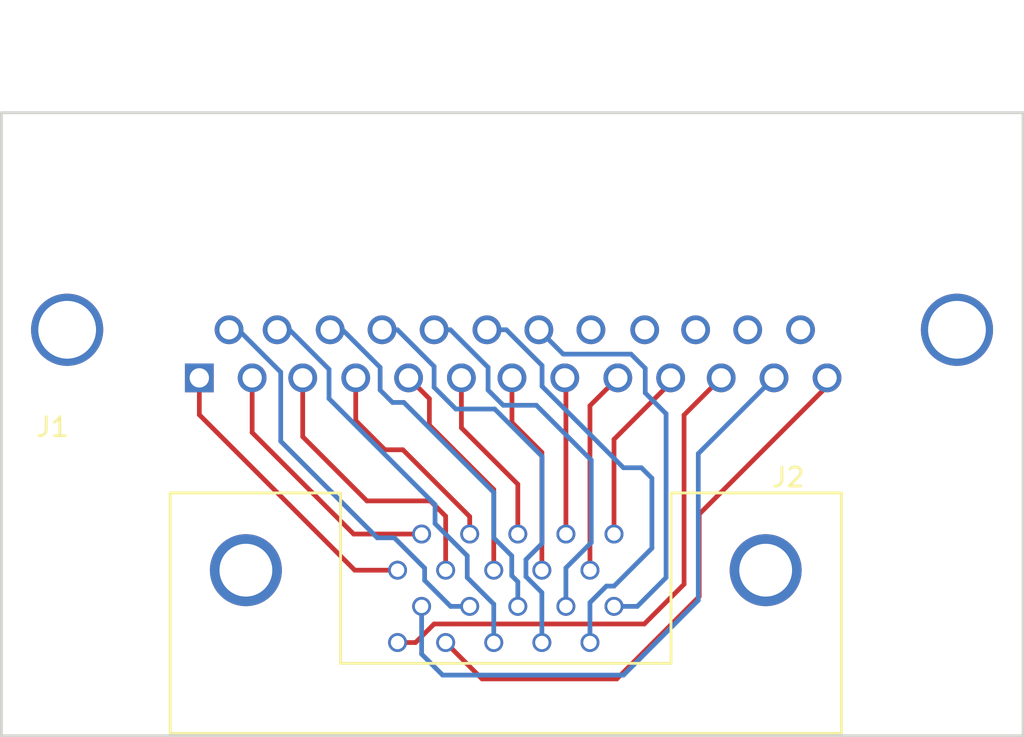
<source format=kicad_pcb>
(kicad_pcb (version 4) (host pcbnew 4.0.6)

  (general
    (links 20)
    (no_connects 0)
    (area 0 0 0 0)
    (thickness 1.6)
    (drawings 4)
    (tracks 120)
    (zones 0)
    (modules 2)
    (nets 26)
  )

  (page A4)
  (layers
    (0 F.Cu signal)
    (31 B.Cu signal)
    (32 B.Adhes user)
    (33 F.Adhes user)
    (34 B.Paste user)
    (35 F.Paste user)
    (36 B.SilkS user)
    (37 F.SilkS user)
    (38 B.Mask user)
    (39 F.Mask user)
    (40 Dwgs.User user)
    (41 Cmts.User user)
    (42 Eco1.User user)
    (43 Eco2.User user)
    (44 Edge.Cuts user)
    (45 Margin user)
    (46 B.CrtYd user)
    (47 F.CrtYd user)
    (48 B.Fab user)
    (49 F.Fab user)
  )

  (setup
    (last_trace_width 0.25)
    (trace_clearance 0.2)
    (zone_clearance 0.508)
    (zone_45_only no)
    (trace_min 0.2)
    (segment_width 0.2)
    (edge_width 0.15)
    (via_size 0.6)
    (via_drill 0.4)
    (via_min_size 0.4)
    (via_min_drill 0.3)
    (uvia_size 0.3)
    (uvia_drill 0.1)
    (uvias_allowed no)
    (uvia_min_size 0.2)
    (uvia_min_drill 0.1)
    (pcb_text_width 0.3)
    (pcb_text_size 1.5 1.5)
    (mod_edge_width 0.15)
    (mod_text_size 1 1)
    (mod_text_width 0.15)
    (pad_size 1.524 1.524)
    (pad_drill 0.762)
    (pad_to_mask_clearance 0.2)
    (aux_axis_origin 0 0)
    (visible_elements FFFFFF7F)
    (pcbplotparams
      (layerselection 0x00030_80000001)
      (usegerberextensions false)
      (excludeedgelayer true)
      (linewidth 0.100000)
      (plotframeref false)
      (viasonmask false)
      (mode 1)
      (useauxorigin false)
      (hpglpennumber 1)
      (hpglpenspeed 20)
      (hpglpendiameter 15)
      (hpglpenoverlay 2)
      (psnegative false)
      (psa4output false)
      (plotreference true)
      (plotvalue true)
      (plotinvisibletext false)
      (padsonsilk false)
      (subtractmaskfromsilk false)
      (outputformat 1)
      (mirror false)
      (drillshape 1)
      (scaleselection 1)
      (outputdirectory ""))
  )

  (net 0 "")
  (net 1 "Net-(J1-Pad1)")
  (net 2 "Net-(J1-Pad2)")
  (net 3 "Net-(J1-Pad3)")
  (net 4 "Net-(J1-Pad4)")
  (net 5 "Net-(J1-Pad5)")
  (net 6 "Net-(J1-Pad6)")
  (net 7 "Net-(J1-Pad7)")
  (net 8 "Net-(J1-Pad8)")
  (net 9 "Net-(J1-Pad9)")
  (net 10 "Net-(J1-Pad10)")
  (net 11 "Net-(J1-Pad11)")
  (net 12 "Net-(J1-Pad12)")
  (net 13 "Net-(J1-Pad13)")
  (net 14 "Net-(J1-Pad14)")
  (net 15 "Net-(J1-Pad15)")
  (net 16 "Net-(J1-Pad16)")
  (net 17 "Net-(J1-Pad17)")
  (net 18 "Net-(J1-Pad18)")
  (net 19 "Net-(J1-Pad19)")
  (net 20 "Net-(J1-Pad20)")
  (net 21 "Net-(J1-Pad21)")
  (net 22 "Net-(J1-Pad22)")
  (net 23 "Net-(J1-Pad23)")
  (net 24 "Net-(J1-Pad24)")
  (net 25 "Net-(J1-Pad25)")

  (net_class Default "This is the default net class."
    (clearance 0.2)
    (trace_width 0.25)
    (via_dia 0.6)
    (via_drill 0.4)
    (uvia_dia 0.3)
    (uvia_drill 0.1)
    (add_net "Net-(J1-Pad1)")
    (add_net "Net-(J1-Pad10)")
    (add_net "Net-(J1-Pad11)")
    (add_net "Net-(J1-Pad12)")
    (add_net "Net-(J1-Pad13)")
    (add_net "Net-(J1-Pad14)")
    (add_net "Net-(J1-Pad15)")
    (add_net "Net-(J1-Pad16)")
    (add_net "Net-(J1-Pad17)")
    (add_net "Net-(J1-Pad18)")
    (add_net "Net-(J1-Pad19)")
    (add_net "Net-(J1-Pad2)")
    (add_net "Net-(J1-Pad20)")
    (add_net "Net-(J1-Pad21)")
    (add_net "Net-(J1-Pad22)")
    (add_net "Net-(J1-Pad23)")
    (add_net "Net-(J1-Pad24)")
    (add_net "Net-(J1-Pad25)")
    (add_net "Net-(J1-Pad3)")
    (add_net "Net-(J1-Pad4)")
    (add_net "Net-(J1-Pad5)")
    (add_net "Net-(J1-Pad6)")
    (add_net "Net-(J1-Pad7)")
    (add_net "Net-(J1-Pad8)")
    (add_net "Net-(J1-Pad9)")
  )

  (module Connectors:DB25FC (layer F.Cu) (tedit 598A441A) (tstamp 598A4205)
    (at 148.5011 105.0036)
    (descr "Connecteur DB25 femelle couche")
    (tags "CONN DB25")
    (path /598A13D5)
    (fp_text reference J1 (at -7.7511 2.5964) (layer F.SilkS)
      (effects (font (size 1 1) (thickness 0.15)))
    )
    (fp_text value DB25_FEMALE (at 16.51 -7.62) (layer F.Fab)
      (effects (font (size 1 1) (thickness 0.15)))
    )
    (fp_line (start 43.18 -12.7) (end 43.18 1.27) (layer F.Fab) (width 0.1))
    (fp_line (start 35.56 -7.62) (end 35.56 1.27) (layer F.Fab) (width 0.1))
    (fp_line (start 37.47 -12.7) (end 37.47 -7.62) (layer F.Fab) (width 0.1))
    (fp_line (start -4.44 -12.7) (end -4.44 -7.62) (layer F.Fab) (width 0.1))
    (fp_line (start -2.54 -7.62) (end -2.54 1.27) (layer F.Fab) (width 0.1))
    (fp_line (start -10.16 1.27) (end -10.16 -12.7) (layer F.Fab) (width 0.1))
    (fp_line (start 43.18 -7.62) (end 35.56 -7.62) (layer F.Fab) (width 0.1))
    (fp_line (start -10.16 -7.62) (end -2.54 -7.62) (layer F.Fab) (width 0.1))
    (fp_line (start 36.83 -9.53) (end 36.83 -12.7) (layer F.Fab) (width 0.1))
    (fp_line (start -3.81 -9.53) (end -3.81 -12.7) (layer F.Fab) (width 0.1))
    (fp_line (start 36.83 -19.68) (end 36.83 -13.97) (layer F.Fab) (width 0.1))
    (fp_line (start -3.81 -19.68) (end -3.81 -13.97) (layer F.Fab) (width 0.1))
    (fp_line (start 43.18 -12.7) (end 43.18 -13.97) (layer F.Fab) (width 0.1))
    (fp_line (start 43.18 -13.97) (end -10.16 -13.97) (layer F.Fab) (width 0.1))
    (fp_line (start -10.16 -13.97) (end -10.16 -12.7) (layer F.Fab) (width 0.1))
    (fp_line (start -10.16 -12.7) (end 43.18 -12.7) (layer F.Fab) (width 0.1))
    (fp_line (start 35.56 1.27) (end 43.18 1.27) (layer F.Fab) (width 0.1))
    (fp_line (start -3.81 -9.53) (end 36.83 -9.53) (layer F.Fab) (width 0.1))
    (fp_line (start -3.81 -19.68) (end 36.83 -19.68) (layer F.Fab) (width 0.1))
    (fp_line (start -10.16 1.27) (end -2.54 1.27) (layer F.Fab) (width 0.1))
    (fp_line (start -10.41 -19.93) (end 43.43 -19.93) (layer F.CrtYd) (width 0.05))
    (fp_line (start -10.41 -19.93) (end -10.41 1.52) (layer F.CrtYd) (width 0.05))
    (fp_line (start 43.43 1.52) (end 43.43 -19.93) (layer F.CrtYd) (width 0.05))
    (fp_line (start 43.43 1.52) (end -10.41 1.52) (layer F.CrtYd) (width 0.05))
    (pad "" thru_hole circle (at 40.01 -2.54) (size 3.81 3.81) (drill 3.05) (layers *.Cu *.Mask))
    (pad "" thru_hole circle (at -6.98 -2.54) (size 3.81 3.81) (drill 3.05) (layers *.Cu *.Mask))
    (pad 1 thru_hole rect (at 0 0) (size 1.52 1.52) (drill 1.02) (layers *.Cu *.Mask)
      (net 1 "Net-(J1-Pad1)"))
    (pad 2 thru_hole circle (at 2.79 0) (size 1.52 1.52) (drill 1.02) (layers *.Cu *.Mask)
      (net 2 "Net-(J1-Pad2)"))
    (pad 3 thru_hole circle (at 5.46 0) (size 1.52 1.52) (drill 1.02) (layers *.Cu *.Mask)
      (net 3 "Net-(J1-Pad3)"))
    (pad 4 thru_hole circle (at 8.26 0) (size 1.52 1.52) (drill 1.02) (layers *.Cu *.Mask)
      (net 4 "Net-(J1-Pad4)"))
    (pad 5 thru_hole circle (at 11.05 0) (size 1.52 1.52) (drill 1.02) (layers *.Cu *.Mask)
      (net 5 "Net-(J1-Pad5)"))
    (pad 6 thru_hole circle (at 13.84 0) (size 1.52 1.52) (drill 1.02) (layers *.Cu *.Mask)
      (net 6 "Net-(J1-Pad6)"))
    (pad 7 thru_hole circle (at 16.51 0) (size 1.52 1.52) (drill 1.02) (layers *.Cu *.Mask)
      (net 7 "Net-(J1-Pad7)"))
    (pad 8 thru_hole circle (at 19.3 0) (size 1.52 1.52) (drill 1.02) (layers *.Cu *.Mask)
      (net 8 "Net-(J1-Pad8)"))
    (pad 9 thru_hole circle (at 22.1 0) (size 1.52 1.52) (drill 1.02) (layers *.Cu *.Mask)
      (net 9 "Net-(J1-Pad9)"))
    (pad 10 thru_hole circle (at 24.89 0) (size 1.52 1.52) (drill 1.02) (layers *.Cu *.Mask)
      (net 10 "Net-(J1-Pad10)"))
    (pad 11 thru_hole circle (at 27.56 0) (size 1.52 1.52) (drill 1.02) (layers *.Cu *.Mask)
      (net 11 "Net-(J1-Pad11)"))
    (pad 12 thru_hole circle (at 30.35 0) (size 1.52 1.52) (drill 1.02) (layers *.Cu *.Mask)
      (net 12 "Net-(J1-Pad12)"))
    (pad 13 thru_hole circle (at 33.15 0) (size 1.52 1.52) (drill 1.02) (layers *.Cu *.Mask)
      (net 13 "Net-(J1-Pad13)"))
    (pad 14 thru_hole circle (at 1.57 -2.54) (size 1.52 1.52) (drill 1.02) (layers *.Cu *.Mask)
      (net 14 "Net-(J1-Pad14)"))
    (pad 15 thru_hole circle (at 4.11 -2.54) (size 1.52 1.52) (drill 1.02) (layers *.Cu *.Mask)
      (net 15 "Net-(J1-Pad15)"))
    (pad 16 thru_hole circle (at 6.91 -2.54) (size 1.52 1.52) (drill 1.02) (layers *.Cu *.Mask)
      (net 16 "Net-(J1-Pad16)"))
    (pad 17 thru_hole circle (at 9.65 -2.54) (size 1.52 1.52) (drill 1.02) (layers *.Cu *.Mask)
      (net 17 "Net-(J1-Pad17)"))
    (pad 18 thru_hole circle (at 12.4 -2.54) (size 1.52 1.52) (drill 1.02) (layers *.Cu *.Mask)
      (net 18 "Net-(J1-Pad18)"))
    (pad 19 thru_hole circle (at 15.19 -2.54) (size 1.52 1.52) (drill 1.02) (layers *.Cu *.Mask)
      (net 19 "Net-(J1-Pad19)"))
    (pad 20 thru_hole circle (at 17.93 -2.54) (size 1.52 1.52) (drill 1.02) (layers *.Cu *.Mask)
      (net 20 "Net-(J1-Pad20)"))
    (pad 21 thru_hole circle (at 20.68 -2.54) (size 1.52 1.52) (drill 1.02) (layers *.Cu *.Mask)
      (net 21 "Net-(J1-Pad21)"))
    (pad 22 thru_hole circle (at 23.52 -2.54) (size 1.52 1.52) (drill 1.02) (layers *.Cu *.Mask)
      (net 22 "Net-(J1-Pad22)"))
    (pad 23 thru_hole circle (at 26.21 -2.54) (size 1.52 1.52) (drill 1.02) (layers *.Cu *.Mask)
      (net 23 "Net-(J1-Pad23)"))
    (pad 24 thru_hole circle (at 28.96 -2.54) (size 1.52 1.52) (drill 1.02) (layers *.Cu *.Mask)
      (net 24 "Net-(J1-Pad24)"))
    (pad 25 thru_hole circle (at 31.75 -2.54) (size 1.52 1.52) (drill 1.02) (layers *.Cu *.Mask)
      (net 25 "Net-(J1-Pad25)"))
    (model ${KISYS3DMOD}/Connectors.3dshapes/DB25FC.wrl
      (at (xyz 0.65 0.05 0))
      (scale (xyz 1 1 1))
      (rotate (xyz 0 0 0))
    )
  )

  (module MyConnectors:MiniDRibbon20 (layer F.Cu) (tedit 598A4159) (tstamp 598A4227)
    (at 170.4 113.25 270)
    (path /598A11F6)
    (fp_text reference J2 (at -2.99 -9.2 360) (layer F.SilkS)
      (effects (font (size 1 1) (thickness 0.15)))
    )
    (fp_text value CONN_01X20 (at -4.41 -6.49 360) (layer F.Fab)
      (effects (font (size 1 1) (thickness 0.15)))
    )
    (fp_line (start 6.83 -3.01) (end 6.83 14.44) (layer F.SilkS) (width 0.15))
    (fp_line (start 10.53 -12.01) (end 10.53 23.44) (layer F.SilkS) (width 0.15))
    (fp_line (start -2.17 -12.01) (end 10.53 -12.01) (layer F.SilkS) (width 0.15))
    (fp_line (start -2.17 -3.01) (end -2.17 -12.01) (layer F.SilkS) (width 0.15))
    (fp_line (start -2.17 -3.01) (end 6.83 -3.01) (layer F.SilkS) (width 0.15))
    (fp_line (start -2.17 23.44) (end 10.53 23.44) (layer F.SilkS) (width 0.15))
    (fp_line (start -2.17 14.44) (end -2.17 23.44) (layer F.SilkS) (width 0.15))
    (fp_line (start -2.17 14.44) (end 6.83 14.44) (layer F.SilkS) (width 0.15))
    (pad "" np_thru_hole circle (at 1.91 -8.01 270) (size 3.8 3.8) (drill 2.79) (layers *.Cu *.Mask))
    (pad 10 thru_hole circle (at 0 0 270) (size 1 1) (drill 0.71) (layers *.Cu *.Mask)
      (net 10 "Net-(J1-Pad10)"))
    (pad 20 thru_hole circle (at 3.82 0 270) (size 1 1) (drill 0.71) (layers *.Cu *.Mask)
      (net 20 "Net-(J1-Pad20)"))
    (pad 12 thru_hole circle (at 3.82 10.16 270) (size 1 1) (drill 0.71) (layers *.Cu *.Mask)
      (net 12 "Net-(J1-Pad12)"))
    (pad 9 thru_hole circle (at 1.91 1.27 270) (size 1 1) (drill 0.71) (layers *.Cu *.Mask)
      (net 9 "Net-(J1-Pad9)"))
    (pad 8 thru_hole circle (at 0 2.54 270) (size 1 1) (drill 0.71) (layers *.Cu *.Mask)
      (net 8 "Net-(J1-Pad8)"))
    (pad 7 thru_hole circle (at 1.91 3.81 270) (size 1 1) (drill 0.71) (layers *.Cu *.Mask)
      (net 7 "Net-(J1-Pad7)"))
    (pad 6 thru_hole circle (at 0 5.08 270) (size 1 1) (drill 0.71) (layers *.Cu *.Mask)
      (net 6 "Net-(J1-Pad6)"))
    (pad 5 thru_hole circle (at 1.91 6.35 270) (size 1 1) (drill 0.71) (layers *.Cu *.Mask)
      (net 5 "Net-(J1-Pad5)"))
    (pad 4 thru_hole circle (at 0 7.62 270) (size 1 1) (drill 0.71) (layers *.Cu *.Mask)
      (net 4 "Net-(J1-Pad4)"))
    (pad 3 thru_hole circle (at 1.91 8.89 270) (size 1 1) (drill 0.71) (layers *.Cu *.Mask)
      (net 3 "Net-(J1-Pad3)"))
    (pad 2 thru_hole circle (at 0 10.16 270) (size 1 1) (drill 0.71) (layers *.Cu *.Mask)
      (net 2 "Net-(J1-Pad2)"))
    (pad 1 thru_hole circle (at 1.91 11.43 270) (size 1 1) (drill 0.71) (layers *.Cu *.Mask)
      (net 1 "Net-(J1-Pad1)"))
    (pad 19 thru_hole circle (at 5.73 1.27 270) (size 1 1) (drill 0.71) (layers *.Cu *.Mask)
      (net 19 "Net-(J1-Pad19)"))
    (pad 18 thru_hole circle (at 3.82 2.54 270) (size 1 1) (drill 0.71) (layers *.Cu *.Mask)
      (net 18 "Net-(J1-Pad18)"))
    (pad 17 thru_hole circle (at 5.73 3.81 270) (size 1 1) (drill 0.71) (layers *.Cu *.Mask)
      (net 17 "Net-(J1-Pad17)"))
    (pad 16 thru_hole circle (at 3.82 5.08 270) (size 1 1) (drill 0.71) (layers *.Cu *.Mask)
      (net 16 "Net-(J1-Pad16)"))
    (pad 15 thru_hole circle (at 5.73 6.35 270) (size 1 1) (drill 0.71) (layers *.Cu *.Mask)
      (net 15 "Net-(J1-Pad15)"))
    (pad 14 thru_hole circle (at 3.82 7.62 270) (size 1 1) (drill 0.71) (layers *.Cu *.Mask)
      (net 14 "Net-(J1-Pad14)"))
    (pad 13 thru_hole circle (at 5.73 8.89 270) (size 1 1) (drill 0.71) (layers *.Cu *.Mask)
      (net 13 "Net-(J1-Pad13)"))
    (pad 11 thru_hole circle (at 5.73 11.43 270) (size 1 1) (drill 0.71) (layers *.Cu *.Mask)
      (net 11 "Net-(J1-Pad11)"))
    (pad "" np_thru_hole circle (at 1.91 19.44 270) (size 3.8 3.8) (drill 2.79) (layers *.Cu *.Mask))
  )

  (gr_line (start 192 91) (end 192 123.9) (angle 90) (layer Edge.Cuts) (width 0.15))
  (gr_line (start 138.05 91) (end 192 91) (angle 90) (layer Edge.Cuts) (width 0.15))
  (gr_line (start 138.05 123.9) (end 138.05 91) (angle 90) (layer Edge.Cuts) (width 0.15))
  (gr_line (start 138.05 123.9) (end 192 123.9) (angle 90) (layer Edge.Cuts) (width 0.15))

  (segment (start 158.97 115.16) (end 156.71 115.16) (width 0.25) (layer F.Cu) (net 1) (status 400000))
  (segment (start 148.5011 106.9511) (end 148.5011 105.0036) (width 0.25) (layer F.Cu) (net 1) (tstamp 598A424C) (status 800000))
  (segment (start 156.71 115.16) (end 148.5011 106.9511) (width 0.25) (layer F.Cu) (net 1) (tstamp 598A424A))
  (segment (start 160.24 113.25) (end 156.65 113.25) (width 0.25) (layer F.Cu) (net 2) (status 400000))
  (segment (start 151.2911 107.8911) (end 151.2911 105.0036) (width 0.25) (layer F.Cu) (net 2) (tstamp 598A4252) (status 800000))
  (segment (start 156.65 113.25) (end 151.2911 107.8911) (width 0.25) (layer F.Cu) (net 2) (tstamp 598A4250))
  (segment (start 161.51 115.16) (end 161.51 112.31) (width 0.25) (layer F.Cu) (net 3) (status 400000))
  (segment (start 153.9611 108.1111) (end 153.9611 105.0036) (width 0.25) (layer F.Cu) (net 3) (tstamp 598A425A) (status 800000))
  (segment (start 157.35 111.5) (end 153.9611 108.1111) (width 0.25) (layer F.Cu) (net 3) (tstamp 598A4258))
  (segment (start 160.7 111.5) (end 157.35 111.5) (width 0.25) (layer F.Cu) (net 3) (tstamp 598A4257))
  (segment (start 161.51 112.31) (end 160.7 111.5) (width 0.25) (layer F.Cu) (net 3) (tstamp 598A4256))
  (segment (start 162.78 113.25) (end 162.78 112.33) (width 0.25) (layer F.Cu) (net 4) (status 400000))
  (segment (start 156.7611 107.2611) (end 156.7611 105.0036) (width 0.25) (layer F.Cu) (net 4) (tstamp 598A4262) (status 800000))
  (segment (start 158.3 108.8) (end 156.7611 107.2611) (width 0.25) (layer F.Cu) (net 4) (tstamp 598A4261))
  (segment (start 159.25 108.8) (end 158.3 108.8) (width 0.25) (layer F.Cu) (net 4) (tstamp 598A425F))
  (segment (start 162.78 112.33) (end 159.25 108.8) (width 0.25) (layer F.Cu) (net 4) (tstamp 598A425E))
  (segment (start 164.05 115.16) (end 164.05 110.9) (width 0.25) (layer F.Cu) (net 5) (status 400000))
  (segment (start 160.65 106.1025) (end 159.5511 105.0036) (width 0.25) (layer F.Cu) (net 5) (tstamp 598A4268) (status 800000))
  (segment (start 160.65 107.5) (end 160.65 106.1025) (width 0.25) (layer F.Cu) (net 5) (tstamp 598A4267))
  (segment (start 164.05 110.9) (end 160.65 107.5) (width 0.25) (layer F.Cu) (net 5) (tstamp 598A4266))
  (segment (start 165.32 113.25) (end 165.32 110.62) (width 0.25) (layer F.Cu) (net 6) (status 400000))
  (segment (start 162.3411 107.6411) (end 162.3411 105.0036) (width 0.25) (layer F.Cu) (net 6) (tstamp 598A426F) (status 800000))
  (segment (start 165.32 110.62) (end 162.3411 107.6411) (width 0.25) (layer F.Cu) (net 6) (tstamp 598A426D))
  (segment (start 166.59 115.16) (end 166.59 108.94) (width 0.25) (layer F.Cu) (net 7) (status 400000))
  (segment (start 165.0111 107.3611) (end 165.0111 105.0036) (width 0.25) (layer F.Cu) (net 7) (tstamp 598A4274) (status 800000))
  (segment (start 166.59 108.94) (end 165.0111 107.3611) (width 0.25) (layer F.Cu) (net 7) (tstamp 598A4273))
  (segment (start 167.86 113.25) (end 167.86 105.0625) (width 0.25) (layer F.Cu) (net 8) (status C00000))
  (segment (start 167.86 105.0625) (end 167.8011 105.0036) (width 0.25) (layer F.Cu) (net 8) (tstamp 598A4278) (status C00000))
  (segment (start 169.13 115.16) (end 169.13 106.4747) (width 0.25) (layer F.Cu) (net 9) (status 400000))
  (segment (start 169.13 106.4747) (end 170.6011 105.0036) (width 0.25) (layer F.Cu) (net 9) (tstamp 598A427B) (status 800000))
  (segment (start 170.4 113.25) (end 170.4 108.25) (width 0.25) (layer F.Cu) (net 10) (status 400000))
  (segment (start 170.4 108.25) (end 173.3911 105.2589) (width 0.25) (layer F.Cu) (net 10) (tstamp 598A427F) (status 800000))
  (segment (start 173.3911 105.2589) (end 173.3911 105.0036) (width 0.25) (layer F.Cu) (net 10) (tstamp 598A4281) (status C00000))
  (segment (start 158.97 118.98) (end 159.92 118.98) (width 0.25) (layer F.Cu) (net 11) (status 400000))
  (segment (start 174.1 106.9647) (end 176.0611 105.0036) (width 0.25) (layer F.Cu) (net 11) (tstamp 598A4298) (status 800000))
  (segment (start 174.1 115.9) (end 174.1 106.9647) (width 0.25) (layer F.Cu) (net 11) (tstamp 598A4296))
  (segment (start 172 118) (end 174.1 115.9) (width 0.25) (layer F.Cu) (net 11) (tstamp 598A4294))
  (segment (start 160.9 118) (end 172 118) (width 0.25) (layer F.Cu) (net 11) (tstamp 598A4293))
  (segment (start 159.92 118.98) (end 160.9 118) (width 0.25) (layer F.Cu) (net 11) (tstamp 598A4292))
  (segment (start 160.24 117.07) (end 160.24 119.59) (width 0.25) (layer B.Cu) (net 12) (status 400000))
  (segment (start 174.85 109.0047) (end 178.8511 105.0036) (width 0.25) (layer B.Cu) (net 12) (tstamp 598A42A3) (status 800000))
  (segment (start 174.85 116.75) (end 174.85 109.0047) (width 0.25) (layer B.Cu) (net 12) (tstamp 598A42A1))
  (segment (start 170.9 120.7) (end 174.85 116.75) (width 0.25) (layer B.Cu) (net 12) (tstamp 598A429F))
  (segment (start 161.35 120.7) (end 170.9 120.7) (width 0.25) (layer B.Cu) (net 12) (tstamp 598A429D))
  (segment (start 160.24 119.59) (end 161.35 120.7) (width 0.25) (layer B.Cu) (net 12) (tstamp 598A429C))
  (segment (start 181.6511 105.0036) (end 181.6511 105.4489) (width 0.25) (layer F.Cu) (net 13) (status C00000))
  (segment (start 181.6511 105.4489) (end 174.9 112.2) (width 0.25) (layer F.Cu) (net 13) (tstamp 598A4287) (status 400000))
  (segment (start 174.9 112.2) (end 174.9 116.55) (width 0.25) (layer F.Cu) (net 13) (tstamp 598A4288))
  (segment (start 174.9 116.55) (end 170.55 120.9) (width 0.25) (layer F.Cu) (net 13) (tstamp 598A428A))
  (segment (start 170.55 120.9) (end 163.43 120.9) (width 0.25) (layer F.Cu) (net 13) (tstamp 598A428C))
  (segment (start 163.43 120.9) (end 161.51 118.98) (width 0.25) (layer F.Cu) (net 13) (tstamp 598A428E) (status 800000))
  (segment (start 150.0711 102.4636) (end 150.5636 102.4636) (width 0.25) (layer B.Cu) (net 14) (status C00000))
  (segment (start 150.5636 102.4636) (end 152.8 104.7) (width 0.25) (layer B.Cu) (net 14) (tstamp 598A439E) (status 400000))
  (segment (start 161.77 117.07) (end 162.78 117.07) (width 0.25) (layer B.Cu) (net 14) (tstamp 598A43AA) (status 800000))
  (segment (start 160.4 115.7) (end 161.77 117.07) (width 0.25) (layer B.Cu) (net 14) (tstamp 598A43A9))
  (segment (start 160.4 115.05) (end 160.4 115.7) (width 0.25) (layer B.Cu) (net 14) (tstamp 598A43A6))
  (segment (start 158.8 113.45) (end 160.4 115.05) (width 0.25) (layer B.Cu) (net 14) (tstamp 598A43A5))
  (segment (start 157.9 113.45) (end 158.8 113.45) (width 0.25) (layer B.Cu) (net 14) (tstamp 598A43A2))
  (segment (start 152.8 108.35) (end 157.9 113.45) (width 0.25) (layer B.Cu) (net 14) (tstamp 598A43A1))
  (segment (start 152.8 104.7) (end 152.8 108.35) (width 0.25) (layer B.Cu) (net 14) (tstamp 598A439F))
  (segment (start 149.9 102.6347) (end 150.0711 102.4636) (width 0.25) (layer B.Cu) (net 14) (tstamp 598A42DF) (status C00000))
  (segment (start 164.05 118.98) (end 164.05 116.95) (width 0.25) (layer B.Cu) (net 15) (status 400000))
  (segment (start 155.35 104.55) (end 153.2636 102.4636) (width 0.25) (layer B.Cu) (net 15) (tstamp 598A4399) (status 800000))
  (segment (start 155.35 106.1) (end 155.35 104.55) (width 0.25) (layer B.Cu) (net 15) (tstamp 598A4397))
  (segment (start 160.95 111.7) (end 155.35 106.1) (width 0.25) (layer B.Cu) (net 15) (tstamp 598A4394))
  (segment (start 160.95 112.7) (end 160.95 111.7) (width 0.25) (layer B.Cu) (net 15) (tstamp 598A4392))
  (segment (start 162.65 114.4) (end 160.95 112.7) (width 0.25) (layer B.Cu) (net 15) (tstamp 598A4391))
  (segment (start 162.65 115.55) (end 162.65 114.4) (width 0.25) (layer B.Cu) (net 15) (tstamp 598A438F))
  (segment (start 164.05 116.95) (end 162.65 115.55) (width 0.25) (layer B.Cu) (net 15) (tstamp 598A438E))
  (segment (start 153.2636 102.4636) (end 152.6111 102.4636) (width 0.25) (layer B.Cu) (net 15) (tstamp 598A439B) (status C00000))
  (segment (start 165.32 117.07) (end 165.32 115.77) (width 0.25) (layer B.Cu) (net 16) (status 400000))
  (segment (start 158.05 104.45) (end 156.0636 102.4636) (width 0.25) (layer B.Cu) (net 16) (tstamp 598A437A) (status 800000))
  (segment (start 158.05 105.65) (end 158.05 104.45) (width 0.25) (layer B.Cu) (net 16) (tstamp 598A4379))
  (segment (start 158.7 106.3) (end 158.05 105.65) (width 0.25) (layer B.Cu) (net 16) (tstamp 598A4377))
  (segment (start 159.3 106.3) (end 158.7 106.3) (width 0.25) (layer B.Cu) (net 16) (tstamp 598A4374))
  (segment (start 164.05 111.05) (end 159.3 106.3) (width 0.25) (layer B.Cu) (net 16) (tstamp 598A4370))
  (segment (start 164.05 113.45) (end 164.05 111.05) (width 0.25) (layer B.Cu) (net 16) (tstamp 598A436F))
  (segment (start 165 114.4) (end 164.05 113.45) (width 0.25) (layer B.Cu) (net 16) (tstamp 598A436D))
  (segment (start 165 115.45) (end 165 114.4) (width 0.25) (layer B.Cu) (net 16) (tstamp 598A436A))
  (segment (start 165.32 115.77) (end 165 115.45) (width 0.25) (layer B.Cu) (net 16) (tstamp 598A4367))
  (segment (start 156.0636 102.4636) (end 155.4111 102.4636) (width 0.25) (layer B.Cu) (net 16) (tstamp 598A437C) (status C00000))
  (segment (start 166.59 118.98) (end 166.59 116.34) (width 0.25) (layer B.Cu) (net 17) (status 400000))
  (segment (start 158.9636 102.4636) (end 158.1511 102.4636) (width 0.25) (layer B.Cu) (net 17) (tstamp 598A434E) (status 800000))
  (segment (start 160.9 104.4) (end 158.9636 102.4636) (width 0.25) (layer B.Cu) (net 17) (tstamp 598A434C))
  (segment (start 160.9 105.5) (end 160.9 104.4) (width 0.25) (layer B.Cu) (net 17) (tstamp 598A434A))
  (segment (start 162.05 106.65) (end 160.9 105.5) (width 0.25) (layer B.Cu) (net 17) (tstamp 598A4348))
  (segment (start 164.1 106.65) (end 162.05 106.65) (width 0.25) (layer B.Cu) (net 17) (tstamp 598A4346))
  (segment (start 166.6 109.15) (end 164.1 106.65) (width 0.25) (layer B.Cu) (net 17) (tstamp 598A4342))
  (segment (start 166.6 113.75) (end 166.6 109.15) (width 0.25) (layer B.Cu) (net 17) (tstamp 598A433F))
  (segment (start 165.75 114.6) (end 166.6 113.75) (width 0.25) (layer B.Cu) (net 17) (tstamp 598A433D))
  (segment (start 165.75 115.5) (end 165.75 114.6) (width 0.25) (layer B.Cu) (net 17) (tstamp 598A433A))
  (segment (start 166.59 116.34) (end 165.75 115.5) (width 0.25) (layer B.Cu) (net 17) (tstamp 598A4333))
  (segment (start 167.86 117.07) (end 167.86 115.04) (width 0.25) (layer B.Cu) (net 18) (status 400000))
  (segment (start 161.7636 102.4636) (end 160.9011 102.4636) (width 0.25) (layer B.Cu) (net 18) (tstamp 598A4323) (status 800000))
  (segment (start 163.75 104.45) (end 161.7636 102.4636) (width 0.25) (layer B.Cu) (net 18) (tstamp 598A4320))
  (segment (start 163.75 105.65) (end 163.75 104.45) (width 0.25) (layer B.Cu) (net 18) (tstamp 598A431F))
  (segment (start 164.55 106.45) (end 163.75 105.65) (width 0.25) (layer B.Cu) (net 18) (tstamp 598A431A))
  (segment (start 166.3 106.45) (end 164.55 106.45) (width 0.25) (layer B.Cu) (net 18) (tstamp 598A4317))
  (segment (start 169.2 109.35) (end 166.3 106.45) (width 0.25) (layer B.Cu) (net 18) (tstamp 598A4314))
  (segment (start 169.2 113.7) (end 169.2 109.35) (width 0.25) (layer B.Cu) (net 18) (tstamp 598A4311))
  (segment (start 167.86 115.04) (end 169.2 113.7) (width 0.25) (layer B.Cu) (net 18) (tstamp 598A4306))
  (segment (start 163.6911 102.4636) (end 164.7136 102.4636) (width 0.25) (layer B.Cu) (net 19) (status 400000))
  (segment (start 169.13 116.87) (end 169.13 118.98) (width 0.25) (layer B.Cu) (net 19) (tstamp 598A4302) (status 800000))
  (segment (start 170 116) (end 169.13 116.87) (width 0.25) (layer B.Cu) (net 19) (tstamp 598A4300))
  (segment (start 170.4 116) (end 170 116) (width 0.25) (layer B.Cu) (net 19) (tstamp 598A42FE))
  (segment (start 172.4 114) (end 170.4 116) (width 0.25) (layer B.Cu) (net 19) (tstamp 598A42FC))
  (segment (start 172.4 110.3) (end 172.4 114) (width 0.25) (layer B.Cu) (net 19) (tstamp 598A42FB))
  (segment (start 171.85 109.75) (end 172.4 110.3) (width 0.25) (layer B.Cu) (net 19) (tstamp 598A42FA))
  (segment (start 170.9 109.75) (end 171.85 109.75) (width 0.25) (layer B.Cu) (net 19) (tstamp 598A42F9))
  (segment (start 166.6 105.45) (end 170.9 109.75) (width 0.25) (layer B.Cu) (net 19) (tstamp 598A42F7))
  (segment (start 166.6 104.35) (end 166.6 105.45) (width 0.25) (layer B.Cu) (net 19) (tstamp 598A42F6))
  (segment (start 164.7136 102.4636) (end 166.6 104.35) (width 0.25) (layer B.Cu) (net 19) (tstamp 598A42F4))
  (segment (start 170.4 117.07) (end 171.63 117.07) (width 0.25) (layer B.Cu) (net 20) (status 400000))
  (segment (start 167.7175 103.75) (end 166.4311 102.4636) (width 0.25) (layer B.Cu) (net 20) (tstamp 598A42F0) (status 800000))
  (segment (start 171.3 103.75) (end 167.7175 103.75) (width 0.25) (layer B.Cu) (net 20) (tstamp 598A42EF))
  (segment (start 172.05 104.5) (end 171.3 103.75) (width 0.25) (layer B.Cu) (net 20) (tstamp 598A42ED))
  (segment (start 172.05 105.8) (end 172.05 104.5) (width 0.25) (layer B.Cu) (net 20) (tstamp 598A42EB))
  (segment (start 173.15 106.9) (end 172.05 105.8) (width 0.25) (layer B.Cu) (net 20) (tstamp 598A42EA))
  (segment (start 173.15 115.55) (end 173.15 106.9) (width 0.25) (layer B.Cu) (net 20) (tstamp 598A42E8))
  (segment (start 171.63 117.07) (end 173.15 115.55) (width 0.25) (layer B.Cu) (net 20) (tstamp 598A42E6))

)

</source>
